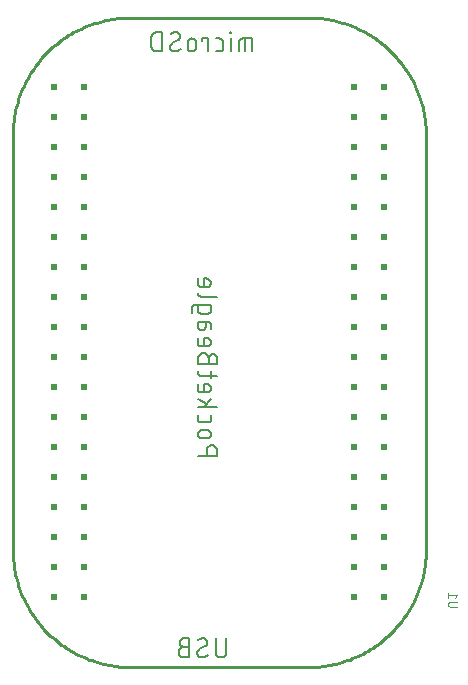
<source format=gbr>
G04 EAGLE Gerber RS-274X export*
G75*
%MOMM*%
%FSLAX34Y34*%
%LPD*%
%INSilkscreen Bottom*%
%IPPOS*%
%AMOC8*
5,1,8,0,0,1.08239X$1,22.5*%
G01*
%ADD10R,0.508000X0.508000*%
%ADD11C,0.254000*%
%ADD12C,0.152400*%
%ADD13C,0.076200*%


D10*
X390900Y109900D03*
X416300Y109900D03*
X416300Y135300D03*
X390900Y135300D03*
X416300Y160700D03*
X390900Y160700D03*
X416300Y186100D03*
X416300Y211500D03*
X416300Y236900D03*
X390900Y186100D03*
X390900Y211500D03*
X390900Y236900D03*
X416300Y262300D03*
X390900Y262300D03*
X416300Y287700D03*
X390900Y287700D03*
X416300Y313100D03*
X390900Y313100D03*
X416300Y338500D03*
X390900Y338500D03*
X416300Y363900D03*
X390900Y363900D03*
X416300Y389300D03*
X390900Y389300D03*
X416300Y414700D03*
X390900Y414700D03*
X416300Y440100D03*
X390900Y440100D03*
X416300Y465500D03*
X390900Y465500D03*
X416300Y490900D03*
X390900Y490900D03*
X416300Y516300D03*
X390900Y516300D03*
X416300Y541700D03*
X390900Y541700D03*
X644900Y109900D03*
X670300Y109900D03*
X670300Y135300D03*
X644900Y135300D03*
X670300Y160700D03*
X644900Y160700D03*
X670300Y186100D03*
X670300Y211500D03*
X670300Y236900D03*
X644900Y186100D03*
X644900Y211500D03*
X644900Y236900D03*
X670300Y262300D03*
X644900Y262300D03*
X670300Y287700D03*
X644900Y287700D03*
X670300Y313100D03*
X644900Y313100D03*
X670300Y338500D03*
X644900Y338500D03*
X670300Y363900D03*
X644900Y363900D03*
X670300Y389300D03*
X644900Y389300D03*
X670300Y414700D03*
X644900Y414700D03*
X670300Y440100D03*
X644900Y440100D03*
X670300Y465500D03*
X644900Y465500D03*
X670300Y490900D03*
X644900Y490900D03*
X670300Y516300D03*
X644900Y516300D03*
X670300Y541700D03*
X644900Y541700D03*
D11*
X705600Y500800D02*
X705600Y150800D01*
X705571Y148384D01*
X705483Y145969D01*
X705337Y143557D01*
X705133Y141149D01*
X704871Y138746D01*
X704551Y136351D01*
X704173Y133964D01*
X703737Y131587D01*
X703244Y129222D01*
X702694Y126868D01*
X702088Y124529D01*
X701425Y122205D01*
X700706Y119898D01*
X699931Y117609D01*
X699102Y115340D01*
X698217Y113091D01*
X697279Y110864D01*
X696287Y108660D01*
X695243Y106481D01*
X694146Y104328D01*
X692997Y102202D01*
X691797Y100104D01*
X690547Y98036D01*
X689247Y95999D01*
X687898Y93994D01*
X686502Y92021D01*
X685058Y90084D01*
X683567Y88181D01*
X682032Y86316D01*
X680451Y84488D01*
X678827Y82698D01*
X677160Y80949D01*
X675451Y79240D01*
X673702Y77573D01*
X671912Y75949D01*
X670084Y74368D01*
X668219Y72833D01*
X666316Y71342D01*
X664379Y69898D01*
X662406Y68502D01*
X660401Y67153D01*
X658364Y65853D01*
X656296Y64603D01*
X654198Y63403D01*
X652072Y62254D01*
X649919Y61157D01*
X647740Y60113D01*
X645536Y59121D01*
X643309Y58183D01*
X641060Y57298D01*
X638791Y56469D01*
X636502Y55694D01*
X634195Y54975D01*
X631871Y54312D01*
X629532Y53706D01*
X627178Y53156D01*
X624813Y52663D01*
X622436Y52227D01*
X620049Y51849D01*
X617654Y51529D01*
X615251Y51267D01*
X612843Y51063D01*
X610431Y50917D01*
X608016Y50829D01*
X605600Y50800D01*
X455600Y50800D01*
X453184Y50829D01*
X450769Y50917D01*
X448357Y51063D01*
X445949Y51267D01*
X443546Y51529D01*
X441151Y51849D01*
X438764Y52227D01*
X436387Y52663D01*
X434022Y53156D01*
X431668Y53706D01*
X429329Y54312D01*
X427005Y54975D01*
X424698Y55694D01*
X422409Y56469D01*
X420140Y57298D01*
X417891Y58183D01*
X415664Y59121D01*
X413460Y60113D01*
X411281Y61157D01*
X409128Y62254D01*
X407002Y63403D01*
X404904Y64603D01*
X402836Y65853D01*
X400799Y67153D01*
X398794Y68502D01*
X396821Y69898D01*
X394884Y71342D01*
X392981Y72833D01*
X391116Y74368D01*
X389288Y75949D01*
X387498Y77573D01*
X385749Y79240D01*
X384040Y80949D01*
X382373Y82698D01*
X380749Y84488D01*
X379168Y86316D01*
X377633Y88181D01*
X376142Y90084D01*
X374698Y92021D01*
X373302Y93994D01*
X371953Y95999D01*
X370653Y98036D01*
X369403Y100104D01*
X368203Y102202D01*
X367054Y104328D01*
X365957Y106481D01*
X364913Y108660D01*
X363921Y110864D01*
X362983Y113091D01*
X362098Y115340D01*
X361269Y117609D01*
X360494Y119898D01*
X359775Y122205D01*
X359112Y124529D01*
X358506Y126868D01*
X357956Y129222D01*
X357463Y131587D01*
X357027Y133964D01*
X356649Y136351D01*
X356329Y138746D01*
X356067Y141149D01*
X355863Y143557D01*
X355717Y145969D01*
X355629Y148384D01*
X355600Y150800D01*
X355600Y500800D01*
X355629Y503216D01*
X355717Y505631D01*
X355863Y508043D01*
X356067Y510451D01*
X356329Y512854D01*
X356649Y515249D01*
X357027Y517636D01*
X357463Y520013D01*
X357956Y522378D01*
X358506Y524732D01*
X359112Y527071D01*
X359775Y529395D01*
X360494Y531702D01*
X361269Y533991D01*
X362098Y536260D01*
X362983Y538509D01*
X363921Y540736D01*
X364913Y542940D01*
X365957Y545119D01*
X367054Y547272D01*
X368203Y549398D01*
X369403Y551496D01*
X370653Y553564D01*
X371953Y555601D01*
X373302Y557606D01*
X374698Y559579D01*
X376142Y561516D01*
X377633Y563419D01*
X379168Y565284D01*
X380749Y567112D01*
X382373Y568902D01*
X384040Y570651D01*
X385749Y572360D01*
X387498Y574027D01*
X389288Y575651D01*
X391116Y577232D01*
X392981Y578767D01*
X394884Y580258D01*
X396821Y581702D01*
X398794Y583098D01*
X400799Y584447D01*
X402836Y585747D01*
X404904Y586997D01*
X407002Y588197D01*
X409128Y589346D01*
X411281Y590443D01*
X413460Y591487D01*
X415664Y592479D01*
X417891Y593417D01*
X420140Y594302D01*
X422409Y595131D01*
X424698Y595906D01*
X427005Y596625D01*
X429329Y597288D01*
X431668Y597894D01*
X434022Y598444D01*
X436387Y598937D01*
X438764Y599373D01*
X441151Y599751D01*
X443546Y600071D01*
X445949Y600333D01*
X448357Y600537D01*
X450769Y600683D01*
X453184Y600771D01*
X455600Y600800D01*
X605600Y600800D01*
X608016Y600771D01*
X610431Y600683D01*
X612843Y600537D01*
X615251Y600333D01*
X617654Y600071D01*
X620049Y599751D01*
X622436Y599373D01*
X624813Y598937D01*
X627178Y598444D01*
X629532Y597894D01*
X631871Y597288D01*
X634195Y596625D01*
X636502Y595906D01*
X638791Y595131D01*
X641060Y594302D01*
X643309Y593417D01*
X645536Y592479D01*
X647740Y591487D01*
X649919Y590443D01*
X652072Y589346D01*
X654198Y588197D01*
X656296Y586997D01*
X658364Y585747D01*
X660401Y584447D01*
X662406Y583098D01*
X664379Y581702D01*
X666316Y580258D01*
X668219Y578767D01*
X670084Y577232D01*
X671912Y575651D01*
X673702Y574027D01*
X675451Y572360D01*
X677160Y570651D01*
X678827Y568902D01*
X680451Y567112D01*
X682032Y565284D01*
X683567Y563419D01*
X685058Y561516D01*
X686502Y559579D01*
X687898Y557606D01*
X689247Y555601D01*
X690547Y553564D01*
X691797Y551496D01*
X692997Y549398D01*
X694146Y547272D01*
X695243Y545119D01*
X696287Y542940D01*
X697279Y540736D01*
X698217Y538509D01*
X699102Y536260D01*
X699931Y533991D01*
X700706Y531702D01*
X701425Y529395D01*
X702088Y527071D01*
X702694Y524732D01*
X703244Y522378D01*
X703737Y520013D01*
X704173Y517636D01*
X704551Y515249D01*
X704871Y512854D01*
X705133Y510451D01*
X705337Y508043D01*
X705483Y505631D01*
X705571Y503216D01*
X705600Y500800D01*
D12*
X528828Y229719D02*
X512572Y229719D01*
X528828Y229719D02*
X528828Y234235D01*
X528826Y234368D01*
X528820Y234500D01*
X528810Y234632D01*
X528797Y234764D01*
X528779Y234896D01*
X528758Y235026D01*
X528733Y235157D01*
X528704Y235286D01*
X528671Y235414D01*
X528635Y235542D01*
X528595Y235668D01*
X528551Y235793D01*
X528503Y235917D01*
X528452Y236039D01*
X528397Y236160D01*
X528339Y236279D01*
X528277Y236397D01*
X528212Y236512D01*
X528143Y236626D01*
X528072Y236737D01*
X527996Y236846D01*
X527918Y236953D01*
X527837Y237058D01*
X527752Y237160D01*
X527665Y237260D01*
X527575Y237357D01*
X527482Y237452D01*
X527386Y237543D01*
X527288Y237632D01*
X527187Y237718D01*
X527083Y237801D01*
X526977Y237881D01*
X526869Y237957D01*
X526759Y238031D01*
X526646Y238101D01*
X526532Y238168D01*
X526415Y238231D01*
X526297Y238291D01*
X526177Y238348D01*
X526055Y238401D01*
X525932Y238450D01*
X525808Y238496D01*
X525682Y238538D01*
X525555Y238576D01*
X525427Y238611D01*
X525298Y238642D01*
X525169Y238669D01*
X525038Y238692D01*
X524907Y238712D01*
X524775Y238727D01*
X524643Y238739D01*
X524511Y238747D01*
X524378Y238751D01*
X524246Y238751D01*
X524113Y238747D01*
X523981Y238739D01*
X523849Y238727D01*
X523717Y238712D01*
X523586Y238692D01*
X523455Y238669D01*
X523326Y238642D01*
X523197Y238611D01*
X523069Y238576D01*
X522942Y238538D01*
X522816Y238496D01*
X522692Y238450D01*
X522569Y238401D01*
X522447Y238348D01*
X522327Y238291D01*
X522209Y238231D01*
X522092Y238168D01*
X521978Y238101D01*
X521865Y238031D01*
X521755Y237957D01*
X521647Y237881D01*
X521541Y237801D01*
X521437Y237718D01*
X521336Y237632D01*
X521238Y237543D01*
X521142Y237452D01*
X521049Y237357D01*
X520959Y237260D01*
X520872Y237160D01*
X520787Y237058D01*
X520706Y236953D01*
X520628Y236846D01*
X520552Y236737D01*
X520481Y236626D01*
X520412Y236512D01*
X520347Y236397D01*
X520285Y236279D01*
X520227Y236160D01*
X520172Y236039D01*
X520121Y235917D01*
X520073Y235793D01*
X520029Y235668D01*
X519989Y235542D01*
X519953Y235414D01*
X519920Y235286D01*
X519891Y235157D01*
X519866Y235026D01*
X519845Y234896D01*
X519827Y234764D01*
X519814Y234632D01*
X519804Y234500D01*
X519798Y234368D01*
X519796Y234235D01*
X519797Y234235D02*
X519797Y229719D01*
X519797Y244480D02*
X516184Y244480D01*
X519797Y244480D02*
X519916Y244482D01*
X520036Y244488D01*
X520155Y244498D01*
X520273Y244512D01*
X520392Y244529D01*
X520509Y244551D01*
X520626Y244576D01*
X520741Y244606D01*
X520856Y244639D01*
X520970Y244676D01*
X521082Y244716D01*
X521193Y244761D01*
X521302Y244809D01*
X521410Y244860D01*
X521516Y244915D01*
X521620Y244974D01*
X521722Y245036D01*
X521822Y245101D01*
X521920Y245170D01*
X522016Y245242D01*
X522109Y245317D01*
X522199Y245394D01*
X522287Y245475D01*
X522372Y245559D01*
X522454Y245646D01*
X522534Y245735D01*
X522610Y245827D01*
X522684Y245921D01*
X522754Y246018D01*
X522821Y246116D01*
X522885Y246217D01*
X522945Y246321D01*
X523002Y246426D01*
X523055Y246533D01*
X523105Y246641D01*
X523151Y246751D01*
X523193Y246863D01*
X523232Y246976D01*
X523267Y247090D01*
X523298Y247205D01*
X523326Y247322D01*
X523349Y247439D01*
X523369Y247556D01*
X523385Y247675D01*
X523397Y247794D01*
X523405Y247913D01*
X523409Y248032D01*
X523409Y248152D01*
X523405Y248271D01*
X523397Y248390D01*
X523385Y248509D01*
X523369Y248628D01*
X523349Y248745D01*
X523326Y248862D01*
X523298Y248979D01*
X523267Y249094D01*
X523232Y249208D01*
X523193Y249321D01*
X523151Y249433D01*
X523105Y249543D01*
X523055Y249651D01*
X523002Y249758D01*
X522945Y249863D01*
X522885Y249967D01*
X522821Y250068D01*
X522754Y250166D01*
X522684Y250263D01*
X522610Y250357D01*
X522534Y250449D01*
X522454Y250538D01*
X522372Y250625D01*
X522287Y250709D01*
X522199Y250790D01*
X522109Y250867D01*
X522016Y250942D01*
X521920Y251014D01*
X521822Y251083D01*
X521722Y251148D01*
X521620Y251210D01*
X521516Y251269D01*
X521410Y251324D01*
X521302Y251375D01*
X521193Y251423D01*
X521082Y251468D01*
X520970Y251508D01*
X520856Y251545D01*
X520741Y251578D01*
X520626Y251608D01*
X520509Y251633D01*
X520392Y251655D01*
X520273Y251672D01*
X520155Y251686D01*
X520036Y251696D01*
X519916Y251702D01*
X519797Y251704D01*
X519797Y251705D02*
X516184Y251705D01*
X516184Y251704D02*
X516065Y251702D01*
X515945Y251696D01*
X515826Y251686D01*
X515708Y251672D01*
X515589Y251655D01*
X515472Y251633D01*
X515355Y251608D01*
X515240Y251578D01*
X515125Y251545D01*
X515011Y251508D01*
X514899Y251468D01*
X514788Y251423D01*
X514679Y251375D01*
X514571Y251324D01*
X514465Y251269D01*
X514361Y251210D01*
X514259Y251148D01*
X514159Y251083D01*
X514061Y251014D01*
X513965Y250942D01*
X513872Y250867D01*
X513782Y250790D01*
X513694Y250709D01*
X513609Y250625D01*
X513527Y250538D01*
X513447Y250449D01*
X513371Y250357D01*
X513297Y250263D01*
X513227Y250166D01*
X513160Y250068D01*
X513096Y249967D01*
X513036Y249863D01*
X512979Y249758D01*
X512926Y249651D01*
X512876Y249543D01*
X512830Y249433D01*
X512788Y249321D01*
X512749Y249208D01*
X512714Y249094D01*
X512683Y248979D01*
X512655Y248862D01*
X512632Y248745D01*
X512612Y248628D01*
X512596Y248509D01*
X512584Y248390D01*
X512576Y248271D01*
X512572Y248152D01*
X512572Y248032D01*
X512576Y247913D01*
X512584Y247794D01*
X512596Y247675D01*
X512612Y247556D01*
X512632Y247439D01*
X512655Y247322D01*
X512683Y247205D01*
X512714Y247090D01*
X512749Y246976D01*
X512788Y246863D01*
X512830Y246751D01*
X512876Y246641D01*
X512926Y246533D01*
X512979Y246426D01*
X513036Y246321D01*
X513096Y246217D01*
X513160Y246116D01*
X513227Y246018D01*
X513297Y245921D01*
X513371Y245827D01*
X513447Y245735D01*
X513527Y245646D01*
X513609Y245559D01*
X513694Y245475D01*
X513782Y245394D01*
X513872Y245317D01*
X513965Y245242D01*
X514061Y245170D01*
X514159Y245101D01*
X514259Y245036D01*
X514361Y244974D01*
X514465Y244915D01*
X514571Y244860D01*
X514679Y244809D01*
X514788Y244761D01*
X514899Y244716D01*
X515011Y244676D01*
X515125Y244639D01*
X515240Y244606D01*
X515355Y244576D01*
X515472Y244551D01*
X515589Y244529D01*
X515708Y244512D01*
X515826Y244498D01*
X515945Y244488D01*
X516065Y244482D01*
X516184Y244480D01*
X512572Y260754D02*
X512572Y264366D01*
X512572Y260754D02*
X512574Y260653D01*
X512580Y260552D01*
X512589Y260451D01*
X512602Y260350D01*
X512619Y260250D01*
X512640Y260151D01*
X512664Y260053D01*
X512692Y259956D01*
X512724Y259859D01*
X512759Y259764D01*
X512798Y259671D01*
X512840Y259579D01*
X512886Y259488D01*
X512935Y259400D01*
X512987Y259313D01*
X513043Y259228D01*
X513101Y259145D01*
X513163Y259065D01*
X513228Y258987D01*
X513295Y258911D01*
X513365Y258838D01*
X513438Y258768D01*
X513514Y258701D01*
X513592Y258636D01*
X513672Y258574D01*
X513755Y258516D01*
X513840Y258460D01*
X513927Y258408D01*
X514015Y258359D01*
X514106Y258313D01*
X514198Y258271D01*
X514291Y258232D01*
X514386Y258197D01*
X514483Y258165D01*
X514580Y258137D01*
X514678Y258113D01*
X514777Y258092D01*
X514877Y258075D01*
X514978Y258062D01*
X515079Y258053D01*
X515180Y258047D01*
X515281Y258045D01*
X515281Y258044D02*
X520700Y258044D01*
X520700Y258045D02*
X520801Y258047D01*
X520902Y258053D01*
X521003Y258062D01*
X521104Y258075D01*
X521204Y258092D01*
X521303Y258113D01*
X521401Y258137D01*
X521498Y258165D01*
X521595Y258197D01*
X521690Y258232D01*
X521783Y258271D01*
X521875Y258313D01*
X521966Y258359D01*
X522055Y258408D01*
X522141Y258460D01*
X522226Y258516D01*
X522309Y258574D01*
X522389Y258636D01*
X522467Y258701D01*
X522543Y258768D01*
X522616Y258838D01*
X522686Y258911D01*
X522753Y258987D01*
X522818Y259065D01*
X522880Y259145D01*
X522938Y259228D01*
X522994Y259313D01*
X523046Y259399D01*
X523095Y259488D01*
X523141Y259579D01*
X523183Y259671D01*
X523222Y259764D01*
X523257Y259859D01*
X523289Y259956D01*
X523317Y260053D01*
X523341Y260151D01*
X523362Y260250D01*
X523379Y260350D01*
X523392Y260451D01*
X523401Y260552D01*
X523407Y260653D01*
X523409Y260754D01*
X523409Y264366D01*
X528828Y270701D02*
X512572Y270701D01*
X517991Y270701D02*
X523409Y277925D01*
X520248Y273861D02*
X512572Y277925D01*
X512572Y286267D02*
X512572Y290783D01*
X512572Y286267D02*
X512574Y286166D01*
X512580Y286065D01*
X512589Y285964D01*
X512602Y285863D01*
X512619Y285763D01*
X512640Y285664D01*
X512664Y285566D01*
X512692Y285469D01*
X512724Y285372D01*
X512759Y285277D01*
X512798Y285184D01*
X512840Y285092D01*
X512886Y285001D01*
X512935Y284913D01*
X512987Y284826D01*
X513043Y284741D01*
X513101Y284658D01*
X513163Y284578D01*
X513228Y284500D01*
X513295Y284424D01*
X513365Y284351D01*
X513438Y284281D01*
X513514Y284214D01*
X513592Y284149D01*
X513672Y284087D01*
X513755Y284029D01*
X513840Y283973D01*
X513927Y283921D01*
X514015Y283872D01*
X514106Y283826D01*
X514198Y283784D01*
X514291Y283745D01*
X514386Y283710D01*
X514483Y283678D01*
X514580Y283650D01*
X514678Y283626D01*
X514777Y283605D01*
X514877Y283588D01*
X514978Y283575D01*
X515079Y283566D01*
X515180Y283560D01*
X515281Y283558D01*
X519797Y283558D01*
X519916Y283560D01*
X520036Y283566D01*
X520155Y283576D01*
X520273Y283590D01*
X520392Y283607D01*
X520509Y283629D01*
X520626Y283654D01*
X520741Y283684D01*
X520856Y283717D01*
X520970Y283754D01*
X521082Y283794D01*
X521193Y283839D01*
X521302Y283887D01*
X521410Y283938D01*
X521516Y283993D01*
X521620Y284052D01*
X521722Y284114D01*
X521822Y284179D01*
X521920Y284248D01*
X522016Y284320D01*
X522109Y284395D01*
X522199Y284472D01*
X522287Y284553D01*
X522372Y284637D01*
X522454Y284724D01*
X522534Y284813D01*
X522610Y284905D01*
X522684Y284999D01*
X522754Y285096D01*
X522821Y285194D01*
X522885Y285295D01*
X522945Y285399D01*
X523002Y285504D01*
X523055Y285611D01*
X523105Y285719D01*
X523151Y285829D01*
X523193Y285941D01*
X523232Y286054D01*
X523267Y286168D01*
X523298Y286283D01*
X523326Y286400D01*
X523349Y286517D01*
X523369Y286634D01*
X523385Y286753D01*
X523397Y286872D01*
X523405Y286991D01*
X523409Y287110D01*
X523409Y287230D01*
X523405Y287349D01*
X523397Y287468D01*
X523385Y287587D01*
X523369Y287706D01*
X523349Y287823D01*
X523326Y287940D01*
X523298Y288057D01*
X523267Y288172D01*
X523232Y288286D01*
X523193Y288399D01*
X523151Y288511D01*
X523105Y288621D01*
X523055Y288729D01*
X523002Y288836D01*
X522945Y288941D01*
X522885Y289045D01*
X522821Y289146D01*
X522754Y289244D01*
X522684Y289341D01*
X522610Y289435D01*
X522534Y289527D01*
X522454Y289616D01*
X522372Y289703D01*
X522287Y289787D01*
X522199Y289868D01*
X522109Y289945D01*
X522016Y290020D01*
X521920Y290092D01*
X521822Y290161D01*
X521722Y290226D01*
X521620Y290288D01*
X521516Y290347D01*
X521410Y290402D01*
X521302Y290453D01*
X521193Y290501D01*
X521082Y290546D01*
X520970Y290586D01*
X520856Y290623D01*
X520741Y290656D01*
X520626Y290686D01*
X520509Y290711D01*
X520392Y290733D01*
X520273Y290750D01*
X520155Y290764D01*
X520036Y290774D01*
X519916Y290780D01*
X519797Y290782D01*
X519797Y290783D02*
X517991Y290783D01*
X517991Y283558D01*
X523409Y295808D02*
X523409Y301226D01*
X528828Y297614D02*
X515281Y297614D01*
X515180Y297616D01*
X515079Y297622D01*
X514978Y297631D01*
X514877Y297644D01*
X514777Y297661D01*
X514678Y297682D01*
X514580Y297706D01*
X514483Y297734D01*
X514386Y297766D01*
X514291Y297801D01*
X514198Y297840D01*
X514106Y297882D01*
X514015Y297928D01*
X513927Y297977D01*
X513840Y298029D01*
X513755Y298085D01*
X513672Y298143D01*
X513592Y298205D01*
X513514Y298270D01*
X513438Y298337D01*
X513365Y298407D01*
X513295Y298480D01*
X513228Y298556D01*
X513163Y298634D01*
X513101Y298714D01*
X513043Y298797D01*
X512987Y298882D01*
X512935Y298969D01*
X512886Y299057D01*
X512840Y299148D01*
X512798Y299240D01*
X512759Y299333D01*
X512724Y299428D01*
X512692Y299525D01*
X512664Y299622D01*
X512640Y299720D01*
X512619Y299819D01*
X512602Y299919D01*
X512589Y300020D01*
X512580Y300121D01*
X512574Y300222D01*
X512572Y300323D01*
X512572Y301226D01*
X521603Y307876D02*
X521603Y312391D01*
X521604Y312391D02*
X521602Y312524D01*
X521596Y312656D01*
X521586Y312788D01*
X521573Y312920D01*
X521555Y313052D01*
X521534Y313182D01*
X521509Y313313D01*
X521480Y313442D01*
X521447Y313570D01*
X521411Y313698D01*
X521371Y313824D01*
X521327Y313949D01*
X521279Y314073D01*
X521228Y314195D01*
X521173Y314316D01*
X521115Y314435D01*
X521053Y314553D01*
X520988Y314668D01*
X520919Y314782D01*
X520848Y314893D01*
X520772Y315002D01*
X520694Y315109D01*
X520613Y315214D01*
X520528Y315316D01*
X520441Y315416D01*
X520351Y315513D01*
X520258Y315608D01*
X520162Y315699D01*
X520064Y315788D01*
X519963Y315874D01*
X519859Y315957D01*
X519753Y316037D01*
X519645Y316113D01*
X519535Y316187D01*
X519422Y316257D01*
X519308Y316324D01*
X519191Y316387D01*
X519073Y316447D01*
X518953Y316504D01*
X518831Y316557D01*
X518708Y316606D01*
X518584Y316652D01*
X518458Y316694D01*
X518331Y316732D01*
X518203Y316767D01*
X518074Y316798D01*
X517945Y316825D01*
X517814Y316848D01*
X517683Y316868D01*
X517551Y316883D01*
X517419Y316895D01*
X517287Y316903D01*
X517154Y316907D01*
X517022Y316907D01*
X516889Y316903D01*
X516757Y316895D01*
X516625Y316883D01*
X516493Y316868D01*
X516362Y316848D01*
X516231Y316825D01*
X516102Y316798D01*
X515973Y316767D01*
X515845Y316732D01*
X515718Y316694D01*
X515592Y316652D01*
X515468Y316606D01*
X515345Y316557D01*
X515223Y316504D01*
X515103Y316447D01*
X514985Y316387D01*
X514868Y316324D01*
X514754Y316257D01*
X514641Y316187D01*
X514531Y316113D01*
X514423Y316037D01*
X514317Y315957D01*
X514213Y315874D01*
X514112Y315788D01*
X514014Y315699D01*
X513918Y315608D01*
X513825Y315513D01*
X513735Y315416D01*
X513648Y315316D01*
X513563Y315214D01*
X513482Y315109D01*
X513404Y315002D01*
X513328Y314893D01*
X513257Y314782D01*
X513188Y314668D01*
X513123Y314553D01*
X513061Y314435D01*
X513003Y314316D01*
X512948Y314195D01*
X512897Y314073D01*
X512849Y313949D01*
X512805Y313824D01*
X512765Y313698D01*
X512729Y313570D01*
X512696Y313442D01*
X512667Y313313D01*
X512642Y313182D01*
X512621Y313052D01*
X512603Y312920D01*
X512590Y312788D01*
X512580Y312656D01*
X512574Y312524D01*
X512572Y312391D01*
X512572Y307876D01*
X528828Y307876D01*
X528828Y312391D01*
X528826Y312510D01*
X528820Y312630D01*
X528810Y312749D01*
X528796Y312867D01*
X528779Y312986D01*
X528757Y313103D01*
X528732Y313220D01*
X528702Y313335D01*
X528669Y313450D01*
X528632Y313564D01*
X528592Y313676D01*
X528547Y313787D01*
X528499Y313896D01*
X528448Y314004D01*
X528393Y314110D01*
X528334Y314214D01*
X528272Y314316D01*
X528207Y314416D01*
X528138Y314514D01*
X528066Y314610D01*
X527991Y314703D01*
X527914Y314793D01*
X527833Y314881D01*
X527749Y314966D01*
X527662Y315048D01*
X527573Y315128D01*
X527481Y315204D01*
X527387Y315278D01*
X527290Y315348D01*
X527192Y315415D01*
X527091Y315479D01*
X526987Y315539D01*
X526882Y315596D01*
X526775Y315649D01*
X526667Y315699D01*
X526557Y315745D01*
X526445Y315787D01*
X526332Y315826D01*
X526218Y315861D01*
X526103Y315892D01*
X525986Y315920D01*
X525869Y315943D01*
X525752Y315963D01*
X525633Y315979D01*
X525514Y315991D01*
X525395Y315999D01*
X525276Y316003D01*
X525156Y316003D01*
X525037Y315999D01*
X524918Y315991D01*
X524799Y315979D01*
X524680Y315963D01*
X524563Y315943D01*
X524446Y315920D01*
X524329Y315892D01*
X524214Y315861D01*
X524100Y315826D01*
X523987Y315787D01*
X523875Y315745D01*
X523765Y315699D01*
X523657Y315649D01*
X523550Y315596D01*
X523445Y315539D01*
X523341Y315479D01*
X523240Y315415D01*
X523142Y315348D01*
X523045Y315278D01*
X522951Y315204D01*
X522859Y315128D01*
X522770Y315048D01*
X522683Y314966D01*
X522599Y314881D01*
X522518Y314793D01*
X522441Y314703D01*
X522366Y314610D01*
X522294Y314514D01*
X522225Y314416D01*
X522160Y314316D01*
X522098Y314214D01*
X522039Y314110D01*
X521984Y314004D01*
X521933Y313896D01*
X521885Y313787D01*
X521840Y313676D01*
X521800Y313564D01*
X521763Y313450D01*
X521730Y313335D01*
X521700Y313220D01*
X521675Y313103D01*
X521653Y312986D01*
X521636Y312867D01*
X521622Y312749D01*
X521612Y312630D01*
X521606Y312510D01*
X521604Y312391D01*
X512572Y325345D02*
X512572Y329861D01*
X512572Y325345D02*
X512574Y325244D01*
X512580Y325143D01*
X512589Y325042D01*
X512602Y324941D01*
X512619Y324841D01*
X512640Y324742D01*
X512664Y324644D01*
X512692Y324547D01*
X512724Y324450D01*
X512759Y324355D01*
X512798Y324262D01*
X512840Y324170D01*
X512886Y324079D01*
X512935Y323991D01*
X512987Y323904D01*
X513043Y323819D01*
X513101Y323736D01*
X513163Y323656D01*
X513228Y323578D01*
X513295Y323502D01*
X513365Y323429D01*
X513438Y323359D01*
X513514Y323292D01*
X513592Y323227D01*
X513672Y323165D01*
X513755Y323107D01*
X513840Y323051D01*
X513927Y322999D01*
X514015Y322950D01*
X514106Y322904D01*
X514198Y322862D01*
X514291Y322823D01*
X514386Y322788D01*
X514483Y322756D01*
X514580Y322728D01*
X514678Y322704D01*
X514777Y322683D01*
X514877Y322666D01*
X514978Y322653D01*
X515079Y322644D01*
X515180Y322638D01*
X515281Y322636D01*
X519797Y322636D01*
X519916Y322638D01*
X520036Y322644D01*
X520155Y322654D01*
X520273Y322668D01*
X520392Y322685D01*
X520509Y322707D01*
X520626Y322732D01*
X520741Y322762D01*
X520856Y322795D01*
X520970Y322832D01*
X521082Y322872D01*
X521193Y322917D01*
X521302Y322965D01*
X521410Y323016D01*
X521516Y323071D01*
X521620Y323130D01*
X521722Y323192D01*
X521822Y323257D01*
X521920Y323326D01*
X522016Y323398D01*
X522109Y323473D01*
X522199Y323550D01*
X522287Y323631D01*
X522372Y323715D01*
X522454Y323802D01*
X522534Y323891D01*
X522610Y323983D01*
X522684Y324077D01*
X522754Y324174D01*
X522821Y324272D01*
X522885Y324373D01*
X522945Y324477D01*
X523002Y324582D01*
X523055Y324689D01*
X523105Y324797D01*
X523151Y324907D01*
X523193Y325019D01*
X523232Y325132D01*
X523267Y325246D01*
X523298Y325361D01*
X523326Y325478D01*
X523349Y325595D01*
X523369Y325712D01*
X523385Y325831D01*
X523397Y325950D01*
X523405Y326069D01*
X523409Y326188D01*
X523409Y326308D01*
X523405Y326427D01*
X523397Y326546D01*
X523385Y326665D01*
X523369Y326784D01*
X523349Y326901D01*
X523326Y327018D01*
X523298Y327135D01*
X523267Y327250D01*
X523232Y327364D01*
X523193Y327477D01*
X523151Y327589D01*
X523105Y327699D01*
X523055Y327807D01*
X523002Y327914D01*
X522945Y328019D01*
X522885Y328123D01*
X522821Y328224D01*
X522754Y328322D01*
X522684Y328419D01*
X522610Y328513D01*
X522534Y328605D01*
X522454Y328694D01*
X522372Y328781D01*
X522287Y328865D01*
X522199Y328946D01*
X522109Y329023D01*
X522016Y329098D01*
X521920Y329170D01*
X521822Y329239D01*
X521722Y329304D01*
X521620Y329366D01*
X521516Y329425D01*
X521410Y329480D01*
X521302Y329531D01*
X521193Y329579D01*
X521082Y329624D01*
X520970Y329664D01*
X520856Y329701D01*
X520741Y329734D01*
X520626Y329764D01*
X520509Y329789D01*
X520392Y329811D01*
X520273Y329828D01*
X520155Y329842D01*
X520036Y329852D01*
X519916Y329858D01*
X519797Y329860D01*
X519797Y329861D02*
X517991Y329861D01*
X517991Y322636D01*
X518894Y339270D02*
X518894Y343334D01*
X518894Y339270D02*
X518892Y339158D01*
X518886Y339047D01*
X518876Y338936D01*
X518863Y338825D01*
X518845Y338715D01*
X518823Y338606D01*
X518798Y338497D01*
X518769Y338389D01*
X518736Y338283D01*
X518699Y338177D01*
X518659Y338073D01*
X518615Y337971D01*
X518567Y337870D01*
X518516Y337771D01*
X518461Y337673D01*
X518403Y337578D01*
X518342Y337485D01*
X518277Y337394D01*
X518209Y337305D01*
X518138Y337219D01*
X518065Y337136D01*
X517988Y337055D01*
X517908Y336976D01*
X517826Y336901D01*
X517741Y336829D01*
X517654Y336759D01*
X517564Y336693D01*
X517472Y336630D01*
X517377Y336570D01*
X517281Y336514D01*
X517183Y336461D01*
X517083Y336412D01*
X516981Y336366D01*
X516878Y336324D01*
X516773Y336285D01*
X516667Y336250D01*
X516560Y336219D01*
X516452Y336192D01*
X516343Y336168D01*
X516233Y336149D01*
X516123Y336133D01*
X516012Y336121D01*
X515900Y336113D01*
X515789Y336109D01*
X515677Y336109D01*
X515566Y336113D01*
X515454Y336121D01*
X515343Y336133D01*
X515233Y336149D01*
X515123Y336168D01*
X515014Y336192D01*
X514906Y336219D01*
X514799Y336250D01*
X514693Y336285D01*
X514588Y336324D01*
X514485Y336366D01*
X514383Y336412D01*
X514283Y336461D01*
X514185Y336514D01*
X514089Y336570D01*
X513994Y336630D01*
X513902Y336693D01*
X513812Y336759D01*
X513725Y336829D01*
X513640Y336901D01*
X513558Y336976D01*
X513478Y337055D01*
X513401Y337136D01*
X513328Y337219D01*
X513257Y337305D01*
X513189Y337394D01*
X513124Y337485D01*
X513063Y337578D01*
X513005Y337673D01*
X512950Y337771D01*
X512899Y337870D01*
X512851Y337971D01*
X512807Y338073D01*
X512767Y338177D01*
X512730Y338283D01*
X512697Y338389D01*
X512668Y338497D01*
X512643Y338606D01*
X512621Y338715D01*
X512603Y338825D01*
X512590Y338936D01*
X512580Y339047D01*
X512574Y339158D01*
X512572Y339270D01*
X512572Y343334D01*
X520700Y343334D01*
X520801Y343332D01*
X520902Y343326D01*
X521003Y343317D01*
X521104Y343304D01*
X521204Y343287D01*
X521303Y343266D01*
X521401Y343242D01*
X521498Y343214D01*
X521595Y343182D01*
X521690Y343147D01*
X521783Y343108D01*
X521875Y343066D01*
X521966Y343020D01*
X522055Y342971D01*
X522141Y342919D01*
X522226Y342863D01*
X522309Y342805D01*
X522389Y342743D01*
X522467Y342678D01*
X522543Y342611D01*
X522616Y342541D01*
X522686Y342468D01*
X522753Y342392D01*
X522818Y342314D01*
X522880Y342234D01*
X522938Y342151D01*
X522994Y342066D01*
X523046Y341980D01*
X523095Y341891D01*
X523141Y341800D01*
X523183Y341708D01*
X523222Y341615D01*
X523257Y341520D01*
X523289Y341423D01*
X523317Y341326D01*
X523341Y341228D01*
X523362Y341129D01*
X523379Y341029D01*
X523392Y340928D01*
X523401Y340827D01*
X523407Y340726D01*
X523409Y340625D01*
X523409Y337013D01*
X512572Y352887D02*
X512572Y357403D01*
X512572Y352887D02*
X512574Y352786D01*
X512580Y352685D01*
X512589Y352584D01*
X512602Y352483D01*
X512619Y352383D01*
X512640Y352284D01*
X512664Y352186D01*
X512692Y352089D01*
X512724Y351992D01*
X512759Y351897D01*
X512798Y351804D01*
X512840Y351712D01*
X512886Y351621D01*
X512935Y351533D01*
X512987Y351446D01*
X513043Y351361D01*
X513101Y351278D01*
X513163Y351198D01*
X513228Y351120D01*
X513295Y351044D01*
X513365Y350971D01*
X513438Y350901D01*
X513514Y350834D01*
X513592Y350769D01*
X513672Y350707D01*
X513755Y350649D01*
X513840Y350593D01*
X513927Y350541D01*
X514015Y350492D01*
X514106Y350446D01*
X514198Y350404D01*
X514291Y350365D01*
X514386Y350330D01*
X514483Y350298D01*
X514580Y350270D01*
X514678Y350246D01*
X514777Y350225D01*
X514877Y350208D01*
X514978Y350195D01*
X515079Y350186D01*
X515180Y350180D01*
X515281Y350178D01*
X520700Y350178D01*
X520801Y350180D01*
X520902Y350186D01*
X521003Y350195D01*
X521104Y350208D01*
X521204Y350225D01*
X521303Y350246D01*
X521401Y350270D01*
X521498Y350298D01*
X521595Y350330D01*
X521690Y350365D01*
X521783Y350404D01*
X521875Y350446D01*
X521966Y350492D01*
X522055Y350541D01*
X522141Y350593D01*
X522226Y350649D01*
X522309Y350707D01*
X522389Y350769D01*
X522467Y350834D01*
X522543Y350901D01*
X522616Y350971D01*
X522686Y351044D01*
X522753Y351120D01*
X522818Y351198D01*
X522880Y351278D01*
X522938Y351361D01*
X522994Y351446D01*
X523046Y351533D01*
X523095Y351621D01*
X523141Y351712D01*
X523183Y351804D01*
X523222Y351897D01*
X523257Y351992D01*
X523289Y352089D01*
X523317Y352186D01*
X523341Y352284D01*
X523362Y352383D01*
X523379Y352483D01*
X523392Y352584D01*
X523401Y352685D01*
X523407Y352786D01*
X523409Y352887D01*
X523409Y357403D01*
X509863Y357403D01*
X509863Y357402D02*
X509759Y357400D01*
X509656Y357394D01*
X509552Y357384D01*
X509449Y357370D01*
X509347Y357352D01*
X509246Y357331D01*
X509145Y357305D01*
X509046Y357276D01*
X508947Y357243D01*
X508850Y357206D01*
X508755Y357165D01*
X508661Y357121D01*
X508569Y357073D01*
X508479Y357022D01*
X508390Y356967D01*
X508304Y356909D01*
X508221Y356847D01*
X508139Y356783D01*
X508061Y356715D01*
X507985Y356645D01*
X507911Y356572D01*
X507841Y356495D01*
X507773Y356417D01*
X507709Y356335D01*
X507647Y356252D01*
X507589Y356166D01*
X507534Y356077D01*
X507483Y355987D01*
X507435Y355895D01*
X507391Y355801D01*
X507350Y355706D01*
X507313Y355609D01*
X507280Y355510D01*
X507251Y355411D01*
X507225Y355310D01*
X507204Y355209D01*
X507186Y355107D01*
X507172Y355004D01*
X507162Y354900D01*
X507156Y354797D01*
X507154Y354693D01*
X507153Y354693D02*
X507153Y351081D01*
X515281Y364556D02*
X528828Y364556D01*
X515281Y364556D02*
X515180Y364558D01*
X515079Y364564D01*
X514978Y364573D01*
X514877Y364586D01*
X514777Y364603D01*
X514678Y364624D01*
X514580Y364648D01*
X514483Y364676D01*
X514386Y364708D01*
X514291Y364743D01*
X514198Y364782D01*
X514106Y364824D01*
X514015Y364870D01*
X513927Y364919D01*
X513840Y364971D01*
X513755Y365027D01*
X513672Y365085D01*
X513592Y365147D01*
X513514Y365212D01*
X513438Y365279D01*
X513365Y365349D01*
X513295Y365422D01*
X513228Y365498D01*
X513163Y365576D01*
X513101Y365656D01*
X513043Y365739D01*
X512987Y365824D01*
X512935Y365911D01*
X512886Y365999D01*
X512840Y366090D01*
X512798Y366182D01*
X512759Y366275D01*
X512724Y366370D01*
X512692Y366467D01*
X512664Y366564D01*
X512640Y366662D01*
X512619Y366761D01*
X512602Y366861D01*
X512589Y366962D01*
X512580Y367063D01*
X512574Y367164D01*
X512572Y367265D01*
X512572Y375365D02*
X512572Y379881D01*
X512572Y375365D02*
X512574Y375264D01*
X512580Y375163D01*
X512589Y375062D01*
X512602Y374961D01*
X512619Y374861D01*
X512640Y374762D01*
X512664Y374664D01*
X512692Y374567D01*
X512724Y374470D01*
X512759Y374375D01*
X512798Y374282D01*
X512840Y374190D01*
X512886Y374099D01*
X512935Y374011D01*
X512987Y373924D01*
X513043Y373839D01*
X513101Y373756D01*
X513163Y373676D01*
X513228Y373598D01*
X513295Y373522D01*
X513365Y373449D01*
X513438Y373379D01*
X513514Y373312D01*
X513592Y373247D01*
X513672Y373185D01*
X513755Y373127D01*
X513840Y373071D01*
X513927Y373019D01*
X514015Y372970D01*
X514106Y372924D01*
X514198Y372882D01*
X514291Y372843D01*
X514386Y372808D01*
X514483Y372776D01*
X514580Y372748D01*
X514678Y372724D01*
X514777Y372703D01*
X514877Y372686D01*
X514978Y372673D01*
X515079Y372664D01*
X515180Y372658D01*
X515281Y372656D01*
X519797Y372656D01*
X519916Y372658D01*
X520036Y372664D01*
X520155Y372674D01*
X520273Y372688D01*
X520392Y372705D01*
X520509Y372727D01*
X520626Y372752D01*
X520741Y372782D01*
X520856Y372815D01*
X520970Y372852D01*
X521082Y372892D01*
X521193Y372937D01*
X521302Y372985D01*
X521410Y373036D01*
X521516Y373091D01*
X521620Y373150D01*
X521722Y373212D01*
X521822Y373277D01*
X521920Y373346D01*
X522016Y373418D01*
X522109Y373493D01*
X522199Y373570D01*
X522287Y373651D01*
X522372Y373735D01*
X522454Y373822D01*
X522534Y373911D01*
X522610Y374003D01*
X522684Y374097D01*
X522754Y374194D01*
X522821Y374292D01*
X522885Y374393D01*
X522945Y374497D01*
X523002Y374602D01*
X523055Y374709D01*
X523105Y374817D01*
X523151Y374927D01*
X523193Y375039D01*
X523232Y375152D01*
X523267Y375266D01*
X523298Y375381D01*
X523326Y375498D01*
X523349Y375615D01*
X523369Y375732D01*
X523385Y375851D01*
X523397Y375970D01*
X523405Y376089D01*
X523409Y376208D01*
X523409Y376328D01*
X523405Y376447D01*
X523397Y376566D01*
X523385Y376685D01*
X523369Y376804D01*
X523349Y376921D01*
X523326Y377038D01*
X523298Y377155D01*
X523267Y377270D01*
X523232Y377384D01*
X523193Y377497D01*
X523151Y377609D01*
X523105Y377719D01*
X523055Y377827D01*
X523002Y377934D01*
X522945Y378039D01*
X522885Y378143D01*
X522821Y378244D01*
X522754Y378342D01*
X522684Y378439D01*
X522610Y378533D01*
X522534Y378625D01*
X522454Y378714D01*
X522372Y378801D01*
X522287Y378885D01*
X522199Y378966D01*
X522109Y379043D01*
X522016Y379118D01*
X521920Y379190D01*
X521822Y379259D01*
X521722Y379324D01*
X521620Y379386D01*
X521516Y379445D01*
X521410Y379500D01*
X521302Y379551D01*
X521193Y379599D01*
X521082Y379644D01*
X520970Y379684D01*
X520856Y379721D01*
X520741Y379754D01*
X520626Y379784D01*
X520509Y379809D01*
X520392Y379831D01*
X520273Y379848D01*
X520155Y379862D01*
X520036Y379872D01*
X519916Y379878D01*
X519797Y379880D01*
X519797Y379881D02*
X517991Y379881D01*
X517991Y372656D01*
X536567Y75438D02*
X536567Y63698D01*
X536565Y63565D01*
X536559Y63433D01*
X536549Y63301D01*
X536536Y63169D01*
X536518Y63037D01*
X536497Y62907D01*
X536472Y62776D01*
X536443Y62647D01*
X536410Y62519D01*
X536374Y62391D01*
X536334Y62265D01*
X536290Y62140D01*
X536242Y62016D01*
X536191Y61894D01*
X536136Y61773D01*
X536078Y61654D01*
X536016Y61536D01*
X535951Y61421D01*
X535882Y61307D01*
X535811Y61196D01*
X535735Y61087D01*
X535657Y60980D01*
X535576Y60875D01*
X535491Y60773D01*
X535404Y60673D01*
X535314Y60576D01*
X535221Y60481D01*
X535125Y60390D01*
X535027Y60301D01*
X534926Y60215D01*
X534822Y60132D01*
X534716Y60052D01*
X534608Y59976D01*
X534498Y59902D01*
X534385Y59832D01*
X534271Y59765D01*
X534154Y59702D01*
X534036Y59642D01*
X533916Y59585D01*
X533794Y59532D01*
X533671Y59483D01*
X533547Y59437D01*
X533421Y59395D01*
X533294Y59357D01*
X533166Y59322D01*
X533037Y59291D01*
X532908Y59264D01*
X532777Y59241D01*
X532646Y59221D01*
X532514Y59206D01*
X532382Y59194D01*
X532250Y59186D01*
X532117Y59182D01*
X531985Y59182D01*
X531852Y59186D01*
X531720Y59194D01*
X531588Y59206D01*
X531456Y59221D01*
X531325Y59241D01*
X531194Y59264D01*
X531065Y59291D01*
X530936Y59322D01*
X530808Y59357D01*
X530681Y59395D01*
X530555Y59437D01*
X530431Y59483D01*
X530308Y59532D01*
X530186Y59585D01*
X530066Y59642D01*
X529948Y59702D01*
X529831Y59765D01*
X529717Y59832D01*
X529604Y59902D01*
X529494Y59976D01*
X529386Y60052D01*
X529280Y60132D01*
X529176Y60215D01*
X529075Y60301D01*
X528977Y60390D01*
X528881Y60481D01*
X528788Y60576D01*
X528698Y60673D01*
X528611Y60773D01*
X528526Y60875D01*
X528445Y60980D01*
X528367Y61087D01*
X528291Y61196D01*
X528220Y61307D01*
X528151Y61421D01*
X528086Y61536D01*
X528024Y61654D01*
X527966Y61773D01*
X527911Y61894D01*
X527860Y62016D01*
X527812Y62140D01*
X527768Y62265D01*
X527728Y62391D01*
X527692Y62519D01*
X527659Y62647D01*
X527630Y62776D01*
X527605Y62907D01*
X527584Y63037D01*
X527566Y63169D01*
X527553Y63301D01*
X527543Y63433D01*
X527537Y63565D01*
X527535Y63698D01*
X527535Y75438D01*
X511905Y62794D02*
X511907Y62676D01*
X511913Y62558D01*
X511922Y62440D01*
X511936Y62323D01*
X511953Y62206D01*
X511974Y62089D01*
X511999Y61974D01*
X512028Y61859D01*
X512061Y61745D01*
X512097Y61633D01*
X512137Y61522D01*
X512180Y61412D01*
X512227Y61303D01*
X512277Y61196D01*
X512332Y61091D01*
X512389Y60988D01*
X512450Y60887D01*
X512514Y60787D01*
X512581Y60690D01*
X512651Y60595D01*
X512725Y60503D01*
X512801Y60412D01*
X512881Y60325D01*
X512963Y60240D01*
X513048Y60158D01*
X513135Y60078D01*
X513226Y60002D01*
X513318Y59928D01*
X513413Y59858D01*
X513510Y59791D01*
X513610Y59727D01*
X513711Y59666D01*
X513814Y59609D01*
X513919Y59554D01*
X514026Y59504D01*
X514135Y59457D01*
X514245Y59414D01*
X514356Y59374D01*
X514468Y59338D01*
X514582Y59305D01*
X514697Y59276D01*
X514812Y59251D01*
X514929Y59230D01*
X515046Y59213D01*
X515163Y59199D01*
X515281Y59190D01*
X515399Y59184D01*
X515517Y59182D01*
X515700Y59184D01*
X515882Y59191D01*
X516064Y59202D01*
X516246Y59217D01*
X516428Y59237D01*
X516609Y59261D01*
X516789Y59289D01*
X516969Y59321D01*
X517148Y59358D01*
X517325Y59399D01*
X517502Y59445D01*
X517678Y59494D01*
X517853Y59548D01*
X518026Y59606D01*
X518197Y59668D01*
X518368Y59734D01*
X518536Y59805D01*
X518703Y59879D01*
X518868Y59957D01*
X519031Y60039D01*
X519192Y60125D01*
X519351Y60215D01*
X519508Y60309D01*
X519662Y60406D01*
X519814Y60507D01*
X519964Y60612D01*
X520111Y60720D01*
X520255Y60831D01*
X520397Y60946D01*
X520536Y61065D01*
X520672Y61187D01*
X520805Y61312D01*
X520935Y61440D01*
X520483Y71826D02*
X520481Y71944D01*
X520475Y72062D01*
X520466Y72180D01*
X520452Y72297D01*
X520435Y72414D01*
X520414Y72531D01*
X520389Y72646D01*
X520360Y72761D01*
X520327Y72875D01*
X520291Y72987D01*
X520251Y73098D01*
X520208Y73208D01*
X520161Y73317D01*
X520111Y73424D01*
X520056Y73529D01*
X519999Y73632D01*
X519938Y73733D01*
X519874Y73833D01*
X519807Y73930D01*
X519737Y74025D01*
X519663Y74117D01*
X519587Y74208D01*
X519507Y74295D01*
X519425Y74380D01*
X519340Y74462D01*
X519253Y74542D01*
X519162Y74618D01*
X519070Y74692D01*
X518975Y74762D01*
X518878Y74829D01*
X518778Y74893D01*
X518677Y74954D01*
X518574Y75011D01*
X518469Y75066D01*
X518362Y75116D01*
X518253Y75163D01*
X518143Y75206D01*
X518032Y75246D01*
X517920Y75282D01*
X517806Y75315D01*
X517691Y75344D01*
X517576Y75369D01*
X517459Y75390D01*
X517342Y75407D01*
X517225Y75421D01*
X517107Y75430D01*
X516989Y75436D01*
X516871Y75438D01*
X516710Y75436D01*
X516548Y75430D01*
X516387Y75421D01*
X516226Y75407D01*
X516066Y75390D01*
X515906Y75369D01*
X515746Y75344D01*
X515587Y75315D01*
X515429Y75283D01*
X515272Y75247D01*
X515116Y75207D01*
X514960Y75163D01*
X514806Y75115D01*
X514653Y75064D01*
X514501Y75010D01*
X514350Y74951D01*
X514201Y74890D01*
X514054Y74824D01*
X513908Y74755D01*
X513763Y74683D01*
X513621Y74607D01*
X513480Y74528D01*
X513341Y74446D01*
X513205Y74360D01*
X513070Y74271D01*
X512937Y74179D01*
X512807Y74083D01*
X518678Y68665D02*
X518779Y68727D01*
X518879Y68792D01*
X518976Y68861D01*
X519071Y68933D01*
X519164Y69007D01*
X519254Y69085D01*
X519342Y69166D01*
X519427Y69249D01*
X519509Y69335D01*
X519588Y69424D01*
X519665Y69515D01*
X519738Y69609D01*
X519809Y69705D01*
X519876Y69803D01*
X519940Y69903D01*
X520001Y70006D01*
X520058Y70110D01*
X520112Y70216D01*
X520162Y70324D01*
X520209Y70433D01*
X520253Y70544D01*
X520293Y70656D01*
X520329Y70770D01*
X520361Y70884D01*
X520390Y71000D01*
X520415Y71116D01*
X520436Y71233D01*
X520453Y71351D01*
X520467Y71469D01*
X520476Y71588D01*
X520482Y71707D01*
X520484Y71826D01*
X513710Y65955D02*
X513609Y65893D01*
X513509Y65828D01*
X513412Y65759D01*
X513317Y65687D01*
X513224Y65613D01*
X513134Y65535D01*
X513046Y65454D01*
X512961Y65371D01*
X512879Y65285D01*
X512800Y65196D01*
X512723Y65105D01*
X512650Y65011D01*
X512579Y64915D01*
X512512Y64817D01*
X512448Y64717D01*
X512387Y64614D01*
X512330Y64510D01*
X512276Y64404D01*
X512226Y64296D01*
X512179Y64187D01*
X512135Y64076D01*
X512095Y63964D01*
X512059Y63850D01*
X512027Y63736D01*
X511998Y63620D01*
X511973Y63504D01*
X511952Y63387D01*
X511935Y63269D01*
X511921Y63151D01*
X511912Y63032D01*
X511906Y62913D01*
X511904Y62794D01*
X513710Y65955D02*
X518678Y68665D01*
X505093Y68213D02*
X500578Y68213D01*
X500578Y68214D02*
X500445Y68212D01*
X500313Y68206D01*
X500181Y68196D01*
X500049Y68183D01*
X499917Y68165D01*
X499787Y68144D01*
X499656Y68119D01*
X499527Y68090D01*
X499399Y68057D01*
X499271Y68021D01*
X499145Y67981D01*
X499020Y67937D01*
X498896Y67889D01*
X498774Y67838D01*
X498653Y67783D01*
X498534Y67725D01*
X498416Y67663D01*
X498301Y67598D01*
X498187Y67529D01*
X498076Y67458D01*
X497967Y67382D01*
X497860Y67304D01*
X497755Y67223D01*
X497653Y67138D01*
X497553Y67051D01*
X497456Y66961D01*
X497361Y66868D01*
X497270Y66772D01*
X497181Y66674D01*
X497095Y66573D01*
X497012Y66469D01*
X496932Y66363D01*
X496856Y66255D01*
X496782Y66145D01*
X496712Y66032D01*
X496645Y65918D01*
X496582Y65801D01*
X496522Y65683D01*
X496465Y65563D01*
X496412Y65441D01*
X496363Y65318D01*
X496317Y65194D01*
X496275Y65068D01*
X496237Y64941D01*
X496202Y64813D01*
X496171Y64684D01*
X496144Y64555D01*
X496121Y64424D01*
X496101Y64293D01*
X496086Y64161D01*
X496074Y64029D01*
X496066Y63897D01*
X496062Y63764D01*
X496062Y63632D01*
X496066Y63499D01*
X496074Y63367D01*
X496086Y63235D01*
X496101Y63103D01*
X496121Y62972D01*
X496144Y62841D01*
X496171Y62712D01*
X496202Y62583D01*
X496237Y62455D01*
X496275Y62328D01*
X496317Y62202D01*
X496363Y62078D01*
X496412Y61955D01*
X496465Y61833D01*
X496522Y61713D01*
X496582Y61595D01*
X496645Y61478D01*
X496712Y61364D01*
X496782Y61251D01*
X496856Y61141D01*
X496932Y61033D01*
X497012Y60927D01*
X497095Y60823D01*
X497181Y60722D01*
X497270Y60624D01*
X497361Y60528D01*
X497456Y60435D01*
X497553Y60345D01*
X497653Y60258D01*
X497755Y60173D01*
X497860Y60092D01*
X497967Y60014D01*
X498076Y59938D01*
X498187Y59867D01*
X498301Y59798D01*
X498416Y59733D01*
X498534Y59671D01*
X498653Y59613D01*
X498774Y59558D01*
X498896Y59507D01*
X499020Y59459D01*
X499145Y59415D01*
X499271Y59375D01*
X499399Y59339D01*
X499527Y59306D01*
X499656Y59277D01*
X499787Y59252D01*
X499917Y59231D01*
X500049Y59213D01*
X500181Y59200D01*
X500313Y59190D01*
X500445Y59184D01*
X500578Y59182D01*
X505093Y59182D01*
X505093Y75438D01*
X500578Y75438D01*
X500459Y75436D01*
X500339Y75430D01*
X500220Y75420D01*
X500102Y75406D01*
X499983Y75389D01*
X499866Y75367D01*
X499749Y75342D01*
X499634Y75312D01*
X499519Y75279D01*
X499405Y75242D01*
X499293Y75202D01*
X499182Y75157D01*
X499073Y75109D01*
X498965Y75058D01*
X498859Y75003D01*
X498755Y74944D01*
X498653Y74882D01*
X498553Y74817D01*
X498455Y74748D01*
X498359Y74676D01*
X498266Y74601D01*
X498176Y74524D01*
X498088Y74443D01*
X498003Y74359D01*
X497921Y74272D01*
X497841Y74183D01*
X497765Y74091D01*
X497691Y73997D01*
X497621Y73900D01*
X497554Y73802D01*
X497490Y73701D01*
X497430Y73597D01*
X497373Y73492D01*
X497320Y73385D01*
X497270Y73277D01*
X497224Y73167D01*
X497182Y73055D01*
X497143Y72942D01*
X497108Y72828D01*
X497077Y72713D01*
X497049Y72596D01*
X497026Y72479D01*
X497006Y72362D01*
X496990Y72243D01*
X496978Y72124D01*
X496970Y72005D01*
X496966Y71886D01*
X496966Y71766D01*
X496970Y71647D01*
X496978Y71528D01*
X496990Y71409D01*
X497006Y71290D01*
X497026Y71173D01*
X497049Y71056D01*
X497077Y70939D01*
X497108Y70824D01*
X497143Y70710D01*
X497182Y70597D01*
X497224Y70485D01*
X497270Y70375D01*
X497320Y70267D01*
X497373Y70160D01*
X497430Y70055D01*
X497490Y69951D01*
X497554Y69850D01*
X497621Y69752D01*
X497691Y69655D01*
X497765Y69561D01*
X497841Y69469D01*
X497921Y69380D01*
X498003Y69293D01*
X498088Y69209D01*
X498176Y69128D01*
X498266Y69051D01*
X498359Y68976D01*
X498455Y68904D01*
X498553Y68835D01*
X498653Y68770D01*
X498755Y68708D01*
X498859Y68649D01*
X498965Y68594D01*
X499073Y68543D01*
X499182Y68495D01*
X499293Y68450D01*
X499405Y68410D01*
X499519Y68373D01*
X499634Y68340D01*
X499749Y68310D01*
X499866Y68285D01*
X499983Y68263D01*
X500102Y68246D01*
X500220Y68232D01*
X500339Y68222D01*
X500459Y68216D01*
X500578Y68214D01*
X558038Y572262D02*
X558038Y583099D01*
X549910Y583099D01*
X549809Y583097D01*
X549708Y583091D01*
X549607Y583082D01*
X549506Y583069D01*
X549406Y583052D01*
X549307Y583031D01*
X549209Y583007D01*
X549112Y582979D01*
X549015Y582947D01*
X548920Y582912D01*
X548827Y582873D01*
X548735Y582831D01*
X548644Y582785D01*
X548556Y582736D01*
X548469Y582684D01*
X548384Y582628D01*
X548301Y582570D01*
X548221Y582508D01*
X548143Y582443D01*
X548067Y582376D01*
X547994Y582306D01*
X547924Y582233D01*
X547857Y582157D01*
X547792Y582079D01*
X547730Y581999D01*
X547672Y581916D01*
X547616Y581831D01*
X547564Y581745D01*
X547515Y581656D01*
X547469Y581565D01*
X547427Y581473D01*
X547388Y581380D01*
X547353Y581285D01*
X547321Y581188D01*
X547293Y581091D01*
X547269Y580993D01*
X547248Y580894D01*
X547231Y580794D01*
X547218Y580693D01*
X547209Y580592D01*
X547203Y580491D01*
X547201Y580390D01*
X547201Y572262D01*
X552619Y572262D02*
X552619Y583099D01*
X540114Y583099D02*
X540114Y572262D01*
X540566Y587615D02*
X540566Y588518D01*
X539663Y588518D01*
X539663Y587615D01*
X540566Y587615D01*
X531100Y572262D02*
X527488Y572262D01*
X531100Y572262D02*
X531201Y572264D01*
X531302Y572270D01*
X531403Y572279D01*
X531504Y572292D01*
X531604Y572309D01*
X531703Y572330D01*
X531801Y572354D01*
X531898Y572382D01*
X531995Y572414D01*
X532090Y572449D01*
X532183Y572488D01*
X532275Y572530D01*
X532366Y572576D01*
X532455Y572625D01*
X532541Y572677D01*
X532626Y572733D01*
X532709Y572791D01*
X532789Y572853D01*
X532867Y572918D01*
X532943Y572985D01*
X533016Y573055D01*
X533086Y573128D01*
X533153Y573204D01*
X533218Y573282D01*
X533280Y573362D01*
X533338Y573445D01*
X533394Y573530D01*
X533446Y573617D01*
X533495Y573705D01*
X533541Y573796D01*
X533583Y573888D01*
X533622Y573981D01*
X533657Y574076D01*
X533689Y574173D01*
X533717Y574270D01*
X533741Y574368D01*
X533762Y574467D01*
X533779Y574567D01*
X533792Y574668D01*
X533801Y574769D01*
X533807Y574870D01*
X533809Y574971D01*
X533809Y580390D01*
X533807Y580491D01*
X533801Y580592D01*
X533792Y580693D01*
X533779Y580794D01*
X533762Y580894D01*
X533741Y580993D01*
X533717Y581091D01*
X533689Y581188D01*
X533657Y581285D01*
X533622Y581380D01*
X533583Y581473D01*
X533541Y581565D01*
X533495Y581656D01*
X533446Y581745D01*
X533394Y581831D01*
X533338Y581916D01*
X533280Y581999D01*
X533218Y582079D01*
X533153Y582157D01*
X533086Y582233D01*
X533016Y582306D01*
X532943Y582376D01*
X532867Y582443D01*
X532789Y582508D01*
X532709Y582570D01*
X532626Y582628D01*
X532541Y582684D01*
X532455Y582736D01*
X532366Y582785D01*
X532275Y582831D01*
X532183Y582873D01*
X532090Y582912D01*
X531995Y582947D01*
X531898Y582979D01*
X531801Y583007D01*
X531703Y583031D01*
X531604Y583052D01*
X531504Y583069D01*
X531403Y583082D01*
X531302Y583091D01*
X531201Y583097D01*
X531100Y583099D01*
X527488Y583099D01*
X521237Y583099D02*
X521237Y572262D01*
X521237Y583099D02*
X515819Y583099D01*
X515819Y581293D01*
X510901Y579487D02*
X510901Y575874D01*
X510901Y579487D02*
X510899Y579606D01*
X510893Y579726D01*
X510883Y579845D01*
X510869Y579963D01*
X510852Y580082D01*
X510830Y580199D01*
X510805Y580316D01*
X510775Y580431D01*
X510742Y580546D01*
X510705Y580660D01*
X510665Y580772D01*
X510620Y580883D01*
X510572Y580992D01*
X510521Y581100D01*
X510466Y581206D01*
X510407Y581310D01*
X510345Y581412D01*
X510280Y581512D01*
X510211Y581610D01*
X510139Y581706D01*
X510064Y581799D01*
X509987Y581889D01*
X509906Y581977D01*
X509822Y582062D01*
X509735Y582144D01*
X509646Y582224D01*
X509554Y582300D01*
X509460Y582374D01*
X509363Y582444D01*
X509265Y582511D01*
X509164Y582575D01*
X509060Y582635D01*
X508955Y582692D01*
X508848Y582745D01*
X508740Y582795D01*
X508630Y582841D01*
X508518Y582883D01*
X508405Y582922D01*
X508291Y582957D01*
X508176Y582988D01*
X508059Y583016D01*
X507942Y583039D01*
X507825Y583059D01*
X507706Y583075D01*
X507587Y583087D01*
X507468Y583095D01*
X507349Y583099D01*
X507229Y583099D01*
X507110Y583095D01*
X506991Y583087D01*
X506872Y583075D01*
X506753Y583059D01*
X506636Y583039D01*
X506519Y583016D01*
X506402Y582988D01*
X506287Y582957D01*
X506173Y582922D01*
X506060Y582883D01*
X505948Y582841D01*
X505838Y582795D01*
X505730Y582745D01*
X505623Y582692D01*
X505518Y582635D01*
X505414Y582575D01*
X505313Y582511D01*
X505215Y582444D01*
X505118Y582374D01*
X505024Y582300D01*
X504932Y582224D01*
X504843Y582144D01*
X504756Y582062D01*
X504672Y581977D01*
X504591Y581889D01*
X504514Y581799D01*
X504439Y581706D01*
X504367Y581610D01*
X504298Y581512D01*
X504233Y581412D01*
X504171Y581310D01*
X504112Y581206D01*
X504057Y581100D01*
X504006Y580992D01*
X503958Y580883D01*
X503913Y580772D01*
X503873Y580660D01*
X503836Y580546D01*
X503803Y580431D01*
X503773Y580316D01*
X503748Y580199D01*
X503726Y580082D01*
X503709Y579963D01*
X503695Y579845D01*
X503685Y579726D01*
X503679Y579606D01*
X503677Y579487D01*
X503676Y579487D02*
X503676Y575874D01*
X503677Y575874D02*
X503679Y575755D01*
X503685Y575635D01*
X503695Y575516D01*
X503709Y575398D01*
X503726Y575279D01*
X503748Y575162D01*
X503773Y575045D01*
X503803Y574930D01*
X503836Y574815D01*
X503873Y574701D01*
X503913Y574589D01*
X503958Y574478D01*
X504006Y574369D01*
X504057Y574261D01*
X504112Y574155D01*
X504171Y574051D01*
X504233Y573949D01*
X504298Y573849D01*
X504367Y573751D01*
X504439Y573655D01*
X504514Y573562D01*
X504591Y573472D01*
X504672Y573384D01*
X504756Y573299D01*
X504843Y573217D01*
X504932Y573137D01*
X505024Y573061D01*
X505118Y572987D01*
X505215Y572917D01*
X505313Y572850D01*
X505414Y572786D01*
X505518Y572726D01*
X505623Y572669D01*
X505730Y572616D01*
X505838Y572566D01*
X505948Y572520D01*
X506060Y572478D01*
X506173Y572439D01*
X506287Y572404D01*
X506402Y572373D01*
X506519Y572345D01*
X506636Y572322D01*
X506753Y572302D01*
X506872Y572286D01*
X506991Y572274D01*
X507110Y572266D01*
X507229Y572262D01*
X507349Y572262D01*
X507468Y572266D01*
X507587Y572274D01*
X507706Y572286D01*
X507825Y572302D01*
X507942Y572322D01*
X508059Y572345D01*
X508176Y572373D01*
X508291Y572404D01*
X508405Y572439D01*
X508518Y572478D01*
X508630Y572520D01*
X508740Y572566D01*
X508848Y572616D01*
X508955Y572669D01*
X509060Y572726D01*
X509164Y572786D01*
X509265Y572850D01*
X509363Y572917D01*
X509460Y572987D01*
X509554Y573061D01*
X509646Y573137D01*
X509735Y573217D01*
X509822Y573299D01*
X509906Y573384D01*
X509987Y573472D01*
X510064Y573562D01*
X510139Y573655D01*
X510211Y573751D01*
X510280Y573849D01*
X510345Y573949D01*
X510407Y574051D01*
X510466Y574155D01*
X510521Y574261D01*
X510572Y574369D01*
X510620Y574478D01*
X510665Y574589D01*
X510705Y574701D01*
X510742Y574815D01*
X510775Y574930D01*
X510805Y575045D01*
X510830Y575162D01*
X510852Y575279D01*
X510869Y575398D01*
X510883Y575516D01*
X510893Y575635D01*
X510899Y575755D01*
X510901Y575874D01*
X492318Y572262D02*
X492200Y572264D01*
X492082Y572270D01*
X491964Y572279D01*
X491847Y572293D01*
X491730Y572310D01*
X491613Y572331D01*
X491498Y572356D01*
X491383Y572385D01*
X491269Y572418D01*
X491157Y572454D01*
X491046Y572494D01*
X490936Y572537D01*
X490827Y572584D01*
X490720Y572634D01*
X490615Y572689D01*
X490512Y572746D01*
X490411Y572807D01*
X490311Y572871D01*
X490214Y572938D01*
X490119Y573008D01*
X490027Y573082D01*
X489936Y573158D01*
X489849Y573238D01*
X489764Y573320D01*
X489682Y573405D01*
X489602Y573492D01*
X489526Y573583D01*
X489452Y573675D01*
X489382Y573770D01*
X489315Y573867D01*
X489251Y573967D01*
X489190Y574068D01*
X489133Y574171D01*
X489078Y574276D01*
X489028Y574383D01*
X488981Y574492D01*
X488938Y574602D01*
X488898Y574713D01*
X488862Y574825D01*
X488829Y574939D01*
X488800Y575054D01*
X488775Y575169D01*
X488754Y575286D01*
X488737Y575403D01*
X488723Y575520D01*
X488714Y575638D01*
X488708Y575756D01*
X488706Y575874D01*
X492318Y572262D02*
X492501Y572264D01*
X492683Y572271D01*
X492865Y572282D01*
X493047Y572297D01*
X493229Y572317D01*
X493410Y572341D01*
X493590Y572369D01*
X493770Y572401D01*
X493949Y572438D01*
X494126Y572479D01*
X494303Y572525D01*
X494479Y572574D01*
X494654Y572628D01*
X494827Y572686D01*
X494998Y572748D01*
X495169Y572814D01*
X495337Y572885D01*
X495504Y572959D01*
X495669Y573037D01*
X495832Y573119D01*
X495993Y573205D01*
X496152Y573295D01*
X496309Y573389D01*
X496463Y573486D01*
X496615Y573587D01*
X496765Y573692D01*
X496912Y573800D01*
X497056Y573911D01*
X497198Y574026D01*
X497337Y574145D01*
X497473Y574267D01*
X497606Y574392D01*
X497736Y574520D01*
X497284Y584906D02*
X497282Y585024D01*
X497276Y585142D01*
X497267Y585260D01*
X497253Y585377D01*
X497236Y585494D01*
X497215Y585611D01*
X497190Y585726D01*
X497161Y585841D01*
X497128Y585955D01*
X497092Y586067D01*
X497052Y586178D01*
X497009Y586288D01*
X496962Y586397D01*
X496912Y586504D01*
X496857Y586609D01*
X496800Y586712D01*
X496739Y586813D01*
X496675Y586913D01*
X496608Y587010D01*
X496538Y587105D01*
X496464Y587197D01*
X496388Y587288D01*
X496308Y587375D01*
X496226Y587460D01*
X496141Y587542D01*
X496054Y587622D01*
X495963Y587698D01*
X495871Y587772D01*
X495776Y587842D01*
X495679Y587909D01*
X495579Y587973D01*
X495478Y588034D01*
X495375Y588091D01*
X495270Y588146D01*
X495163Y588196D01*
X495054Y588243D01*
X494944Y588286D01*
X494833Y588326D01*
X494721Y588362D01*
X494607Y588395D01*
X494492Y588424D01*
X494377Y588449D01*
X494260Y588470D01*
X494143Y588487D01*
X494026Y588501D01*
X493908Y588510D01*
X493790Y588516D01*
X493672Y588518D01*
X493511Y588516D01*
X493349Y588510D01*
X493188Y588501D01*
X493027Y588487D01*
X492867Y588470D01*
X492707Y588449D01*
X492547Y588424D01*
X492388Y588395D01*
X492230Y588363D01*
X492073Y588327D01*
X491917Y588287D01*
X491761Y588243D01*
X491607Y588195D01*
X491454Y588144D01*
X491302Y588090D01*
X491151Y588031D01*
X491002Y587970D01*
X490855Y587904D01*
X490709Y587835D01*
X490564Y587763D01*
X490422Y587687D01*
X490281Y587608D01*
X490142Y587526D01*
X490006Y587440D01*
X489871Y587351D01*
X489738Y587259D01*
X489608Y587163D01*
X495479Y581745D02*
X495580Y581807D01*
X495680Y581872D01*
X495777Y581941D01*
X495872Y582013D01*
X495965Y582087D01*
X496055Y582165D01*
X496143Y582246D01*
X496228Y582329D01*
X496310Y582415D01*
X496389Y582504D01*
X496466Y582595D01*
X496539Y582689D01*
X496610Y582785D01*
X496677Y582883D01*
X496741Y582983D01*
X496802Y583086D01*
X496859Y583190D01*
X496913Y583296D01*
X496963Y583404D01*
X497010Y583513D01*
X497054Y583624D01*
X497094Y583736D01*
X497130Y583850D01*
X497162Y583964D01*
X497191Y584080D01*
X497216Y584196D01*
X497237Y584313D01*
X497254Y584431D01*
X497268Y584549D01*
X497277Y584668D01*
X497283Y584787D01*
X497285Y584906D01*
X490511Y579035D02*
X490410Y578973D01*
X490310Y578908D01*
X490213Y578839D01*
X490118Y578767D01*
X490025Y578693D01*
X489935Y578615D01*
X489847Y578534D01*
X489762Y578451D01*
X489680Y578365D01*
X489601Y578276D01*
X489524Y578185D01*
X489451Y578091D01*
X489380Y577995D01*
X489313Y577897D01*
X489249Y577797D01*
X489188Y577694D01*
X489131Y577590D01*
X489077Y577484D01*
X489027Y577376D01*
X488980Y577267D01*
X488936Y577156D01*
X488896Y577044D01*
X488860Y576930D01*
X488828Y576816D01*
X488799Y576700D01*
X488774Y576584D01*
X488753Y576467D01*
X488736Y576349D01*
X488722Y576231D01*
X488713Y576112D01*
X488707Y575993D01*
X488705Y575874D01*
X490511Y579035D02*
X495478Y581745D01*
X482105Y588518D02*
X482105Y572262D01*
X482105Y588518D02*
X477589Y588518D01*
X477458Y588516D01*
X477326Y588510D01*
X477195Y588501D01*
X477065Y588487D01*
X476934Y588470D01*
X476805Y588449D01*
X476676Y588425D01*
X476548Y588396D01*
X476420Y588364D01*
X476294Y588328D01*
X476169Y588289D01*
X476044Y588246D01*
X475922Y588199D01*
X475800Y588149D01*
X475680Y588095D01*
X475562Y588038D01*
X475446Y587977D01*
X475331Y587913D01*
X475218Y587846D01*
X475107Y587775D01*
X474999Y587701D01*
X474892Y587624D01*
X474788Y587544D01*
X474686Y587461D01*
X474587Y587376D01*
X474490Y587287D01*
X474396Y587195D01*
X474304Y587101D01*
X474215Y587004D01*
X474130Y586905D01*
X474047Y586803D01*
X473967Y586699D01*
X473890Y586592D01*
X473816Y586484D01*
X473745Y586373D01*
X473678Y586260D01*
X473614Y586145D01*
X473553Y586029D01*
X473496Y585911D01*
X473442Y585791D01*
X473392Y585669D01*
X473345Y585547D01*
X473302Y585422D01*
X473263Y585297D01*
X473227Y585171D01*
X473195Y585043D01*
X473166Y584915D01*
X473142Y584786D01*
X473121Y584657D01*
X473104Y584526D01*
X473090Y584396D01*
X473081Y584265D01*
X473075Y584133D01*
X473073Y584002D01*
X473074Y584002D02*
X473074Y576778D01*
X473073Y576778D02*
X473075Y576647D01*
X473081Y576515D01*
X473090Y576384D01*
X473104Y576254D01*
X473121Y576123D01*
X473142Y575994D01*
X473166Y575865D01*
X473195Y575737D01*
X473227Y575609D01*
X473263Y575483D01*
X473302Y575358D01*
X473345Y575233D01*
X473392Y575111D01*
X473442Y574989D01*
X473496Y574869D01*
X473553Y574751D01*
X473614Y574635D01*
X473678Y574520D01*
X473745Y574407D01*
X473816Y574296D01*
X473890Y574188D01*
X473967Y574081D01*
X474047Y573977D01*
X474130Y573875D01*
X474215Y573776D01*
X474304Y573679D01*
X474396Y573585D01*
X474490Y573493D01*
X474587Y573404D01*
X474686Y573319D01*
X474788Y573236D01*
X474892Y573156D01*
X474999Y573079D01*
X475107Y573005D01*
X475218Y572934D01*
X475331Y572867D01*
X475446Y572803D01*
X475562Y572742D01*
X475680Y572685D01*
X475800Y572631D01*
X475922Y572581D01*
X476044Y572534D01*
X476169Y572491D01*
X476294Y572452D01*
X476420Y572416D01*
X476548Y572384D01*
X476676Y572355D01*
X476805Y572331D01*
X476934Y572310D01*
X477065Y572293D01*
X477195Y572279D01*
X477326Y572270D01*
X477458Y572264D01*
X477589Y572262D01*
X482105Y572262D01*
D13*
X726327Y101981D02*
X731647Y101981D01*
X726327Y101981D02*
X726238Y101983D01*
X726149Y101989D01*
X726060Y101999D01*
X725972Y102012D01*
X725884Y102029D01*
X725797Y102051D01*
X725712Y102076D01*
X725627Y102104D01*
X725544Y102137D01*
X725462Y102173D01*
X725382Y102212D01*
X725304Y102255D01*
X725228Y102301D01*
X725153Y102351D01*
X725081Y102404D01*
X725012Y102460D01*
X724945Y102519D01*
X724880Y102580D01*
X724819Y102645D01*
X724760Y102712D01*
X724704Y102781D01*
X724651Y102853D01*
X724601Y102928D01*
X724555Y103004D01*
X724512Y103082D01*
X724473Y103162D01*
X724437Y103244D01*
X724404Y103327D01*
X724376Y103412D01*
X724351Y103497D01*
X724329Y103584D01*
X724312Y103672D01*
X724299Y103760D01*
X724289Y103849D01*
X724283Y103938D01*
X724281Y104027D01*
X724283Y104116D01*
X724289Y104205D01*
X724299Y104294D01*
X724312Y104382D01*
X724329Y104470D01*
X724351Y104557D01*
X724376Y104642D01*
X724404Y104727D01*
X724437Y104810D01*
X724473Y104892D01*
X724512Y104972D01*
X724555Y105050D01*
X724601Y105126D01*
X724651Y105201D01*
X724704Y105273D01*
X724760Y105342D01*
X724819Y105409D01*
X724880Y105474D01*
X724945Y105535D01*
X725012Y105594D01*
X725081Y105650D01*
X725153Y105703D01*
X725228Y105753D01*
X725304Y105799D01*
X725382Y105842D01*
X725462Y105881D01*
X725544Y105917D01*
X725627Y105950D01*
X725712Y105978D01*
X725797Y106003D01*
X725884Y106025D01*
X725972Y106042D01*
X726060Y106055D01*
X726149Y106065D01*
X726238Y106071D01*
X726327Y106073D01*
X731647Y106073D01*
X730010Y109540D02*
X731647Y111586D01*
X724281Y111586D01*
X724281Y109540D02*
X724281Y113632D01*
M02*

</source>
